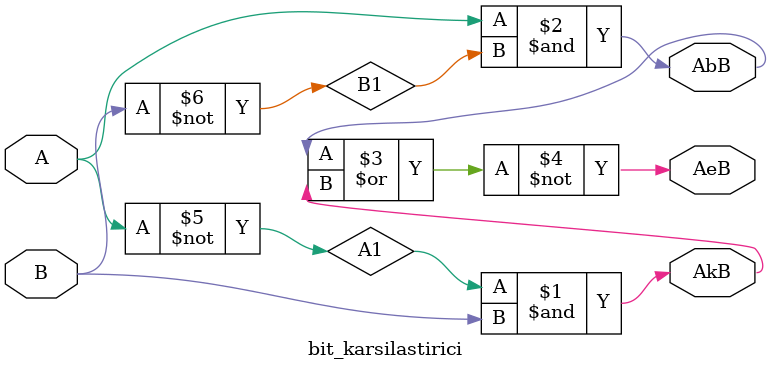
<source format=v>
module bit_karsilastirici(
    input A,
    input B,
    output AkB,  // A < B
    output AeB,  // A == B
    output AbB   // A > B
);

wire A1, B1;


    // NOT Kapıları
    not n1 (A1, A); 
    not n2 (B1, B);

    // AND Kapıları
    and a1 (AkB, A1, B);
    and a2 (AbB, A, B1);
    // NOR Kapısı
    nor nor1 (AeB, AbB, AkB);

endmodule

</source>
